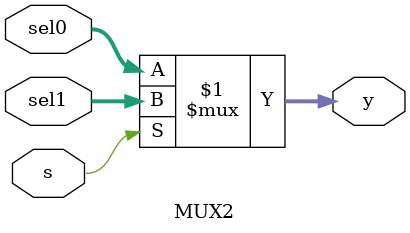
<source format=v>
`timescale 1ns / 1ps


module MUX2 #(parameter MSB = 31, LSB = 0)(
    input [MSB: LSB] sel1, sel0,
    input s,
    output [MSB: LSB] y
    );
    assign y = s ? sel1 : sel0;
endmodule
</source>
